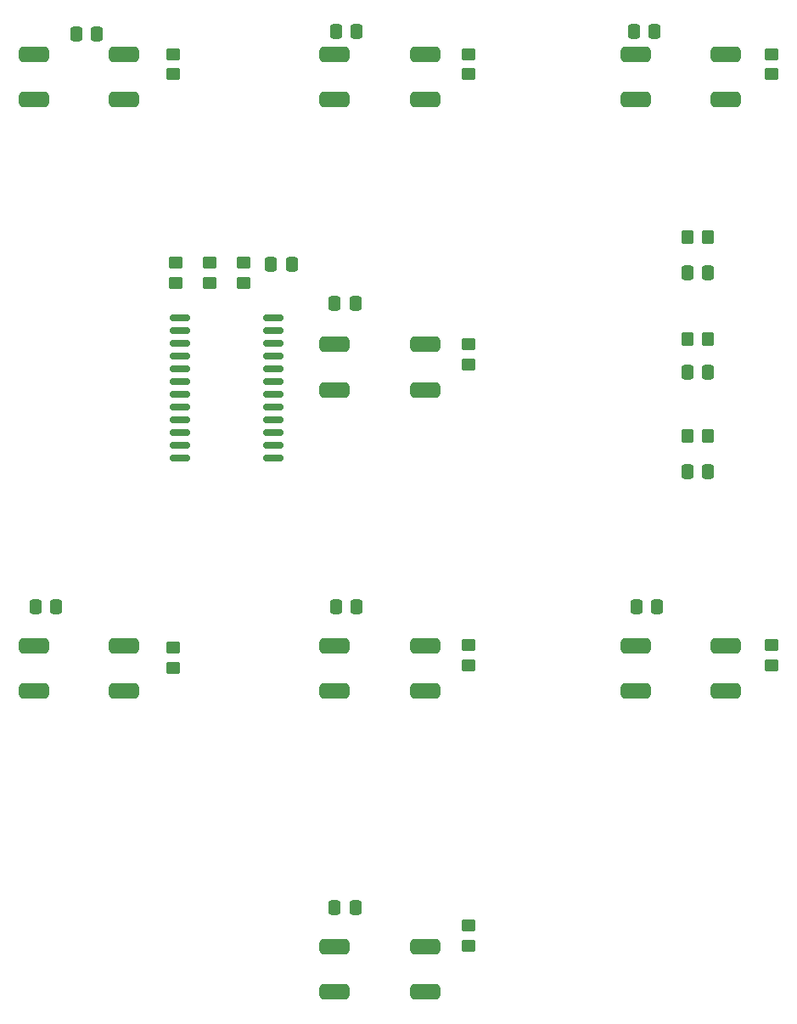
<source format=gbr>
%TF.GenerationSoftware,KiCad,Pcbnew,(6.0.7)*%
%TF.CreationDate,2023-04-15T21:10:14+02:00*%
%TF.ProjectId,control board,636f6e74-726f-46c2-9062-6f6172642e6b,rev?*%
%TF.SameCoordinates,Original*%
%TF.FileFunction,Paste,Top*%
%TF.FilePolarity,Positive*%
%FSLAX46Y46*%
G04 Gerber Fmt 4.6, Leading zero omitted, Abs format (unit mm)*
G04 Created by KiCad (PCBNEW (6.0.7)) date 2023-04-15 21:10:14*
%MOMM*%
%LPD*%
G01*
G04 APERTURE LIST*
G04 Aperture macros list*
%AMRoundRect*
0 Rectangle with rounded corners*
0 $1 Rounding radius*
0 $2 $3 $4 $5 $6 $7 $8 $9 X,Y pos of 4 corners*
0 Add a 4 corners polygon primitive as box body*
4,1,4,$2,$3,$4,$5,$6,$7,$8,$9,$2,$3,0*
0 Add four circle primitives for the rounded corners*
1,1,$1+$1,$2,$3*
1,1,$1+$1,$4,$5*
1,1,$1+$1,$6,$7*
1,1,$1+$1,$8,$9*
0 Add four rect primitives between the rounded corners*
20,1,$1+$1,$2,$3,$4,$5,0*
20,1,$1+$1,$4,$5,$6,$7,0*
20,1,$1+$1,$6,$7,$8,$9,0*
20,1,$1+$1,$8,$9,$2,$3,0*%
G04 Aperture macros list end*
%ADD10RoundRect,0.250000X-0.450000X0.350000X-0.450000X-0.350000X0.450000X-0.350000X0.450000X0.350000X0*%
%ADD11RoundRect,0.250000X-0.337500X-0.475000X0.337500X-0.475000X0.337500X0.475000X-0.337500X0.475000X0*%
%ADD12RoundRect,0.381000X-1.119000X-0.381000X1.119000X-0.381000X1.119000X0.381000X-1.119000X0.381000X0*%
%ADD13RoundRect,0.250000X0.337500X0.475000X-0.337500X0.475000X-0.337500X-0.475000X0.337500X-0.475000X0*%
%ADD14RoundRect,0.250000X0.350000X0.450000X-0.350000X0.450000X-0.350000X-0.450000X0.350000X-0.450000X0*%
%ADD15RoundRect,0.250000X0.450000X-0.350000X0.450000X0.350000X-0.450000X0.350000X-0.450000X-0.350000X0*%
%ADD16RoundRect,0.150000X-0.875000X-0.150000X0.875000X-0.150000X0.875000X0.150000X-0.875000X0.150000X0*%
G04 APERTURE END LIST*
D10*
%TO.C,R10*%
X148844000Y-107712000D03*
X148844000Y-109712000D03*
%TD*%
D11*
%TO.C,C8*%
X105642500Y-103886000D03*
X107717500Y-103886000D03*
%TD*%
D10*
%TO.C,R2*%
X148844000Y-48822000D03*
X148844000Y-50822000D03*
%TD*%
D12*
%TO.C,SW3*%
X165500000Y-53304000D03*
X174500000Y-53304000D03*
X165501835Y-48804000D03*
X174500000Y-48804000D03*
%TD*%
D13*
%TO.C,C4*%
X172725500Y-70612000D03*
X170650500Y-70612000D03*
%TD*%
D12*
%TO.C,SW5*%
X105500000Y-112250000D03*
X114500000Y-112250000D03*
X105501835Y-107750000D03*
X114500000Y-107750000D03*
%TD*%
D10*
%TO.C,R9*%
X119380000Y-107966000D03*
X119380000Y-109966000D03*
%TD*%
D11*
%TO.C,C6*%
X129146357Y-69755400D03*
X131221357Y-69755400D03*
%TD*%
D12*
%TO.C,SW6*%
X135500000Y-112250000D03*
X144500000Y-112250000D03*
X135501835Y-107750000D03*
X144500000Y-107750000D03*
%TD*%
%TO.C,SW4*%
X135500000Y-82250000D03*
X144500000Y-82250000D03*
X135501835Y-77750000D03*
X144500000Y-77750000D03*
%TD*%
%TO.C,SW1*%
X105500000Y-53304000D03*
X114500000Y-53304000D03*
X105501835Y-48804000D03*
X114500000Y-48804000D03*
%TD*%
D10*
%TO.C,R11*%
X179070000Y-107712000D03*
X179070000Y-109712000D03*
%TD*%
D12*
%TO.C,SW7*%
X165500000Y-112250000D03*
X174500000Y-112250000D03*
X165501835Y-107750000D03*
X174500000Y-107750000D03*
%TD*%
D11*
%TO.C,C2*%
X135614500Y-46520000D03*
X137689500Y-46520000D03*
%TD*%
D10*
%TO.C,R1*%
X119380000Y-48822000D03*
X119380000Y-50822000D03*
%TD*%
D11*
%TO.C,C1*%
X109706500Y-46774000D03*
X111781500Y-46774000D03*
%TD*%
%TO.C,C5*%
X135487500Y-73660000D03*
X137562500Y-73660000D03*
%TD*%
D14*
%TO.C,R8*%
X172688000Y-67056000D03*
X170688000Y-67056000D03*
%TD*%
D11*
%TO.C,C10*%
X165586500Y-103886000D03*
X167661500Y-103886000D03*
%TD*%
D12*
%TO.C,SW2*%
X135500000Y-53304000D03*
X144500000Y-53304000D03*
X135501835Y-48804000D03*
X144500000Y-48804000D03*
%TD*%
D15*
%TO.C,R13*%
X148844000Y-137652000D03*
X148844000Y-135652000D03*
%TD*%
D10*
%TO.C,R7*%
X148844000Y-77740000D03*
X148844000Y-79740000D03*
%TD*%
D11*
%TO.C,C3*%
X165332500Y-46520000D03*
X167407500Y-46520000D03*
%TD*%
D10*
%TO.C,R3*%
X179070000Y-48822000D03*
X179070000Y-50822000D03*
%TD*%
D14*
%TO.C,R14*%
X172688000Y-86868000D03*
X170688000Y-86868000D03*
%TD*%
D15*
%TO.C,R6*%
X119634000Y-71612000D03*
X119634000Y-69612000D03*
%TD*%
D12*
%TO.C,SW8*%
X135500000Y-142250000D03*
X144500000Y-142250000D03*
X135501835Y-137750000D03*
X144500000Y-137750000D03*
%TD*%
D14*
%TO.C,R12*%
X172688000Y-77216000D03*
X170688000Y-77216000D03*
%TD*%
D13*
%TO.C,C11*%
X172741500Y-90424000D03*
X170666500Y-90424000D03*
%TD*%
%TO.C,C7*%
X172725500Y-80518000D03*
X170650500Y-80518000D03*
%TD*%
D11*
%TO.C,C12*%
X135487500Y-133858000D03*
X137562500Y-133858000D03*
%TD*%
%TO.C,C9*%
X135614500Y-103886000D03*
X137689500Y-103886000D03*
%TD*%
D15*
%TO.C,R4*%
X123010666Y-71612000D03*
X123010666Y-69612000D03*
%TD*%
%TO.C,R5*%
X126387332Y-71612000D03*
X126387332Y-69612000D03*
%TD*%
D16*
%TO.C,U1*%
X120064000Y-75057000D03*
X120064000Y-76327000D03*
X120064000Y-77597000D03*
X120064000Y-78867000D03*
X120064000Y-80137000D03*
X120064000Y-81407000D03*
X120064000Y-82677000D03*
X120064000Y-83947000D03*
X120064000Y-85217000D03*
X120064000Y-86487000D03*
X120064000Y-87757000D03*
X120064000Y-89027000D03*
X129364000Y-89027000D03*
X129364000Y-87757000D03*
X129364000Y-86487000D03*
X129364000Y-85217000D03*
X129364000Y-83947000D03*
X129364000Y-82677000D03*
X129364000Y-81407000D03*
X129364000Y-80137000D03*
X129364000Y-78867000D03*
X129364000Y-77597000D03*
X129364000Y-76327000D03*
X129364000Y-75057000D03*
%TD*%
M02*

</source>
